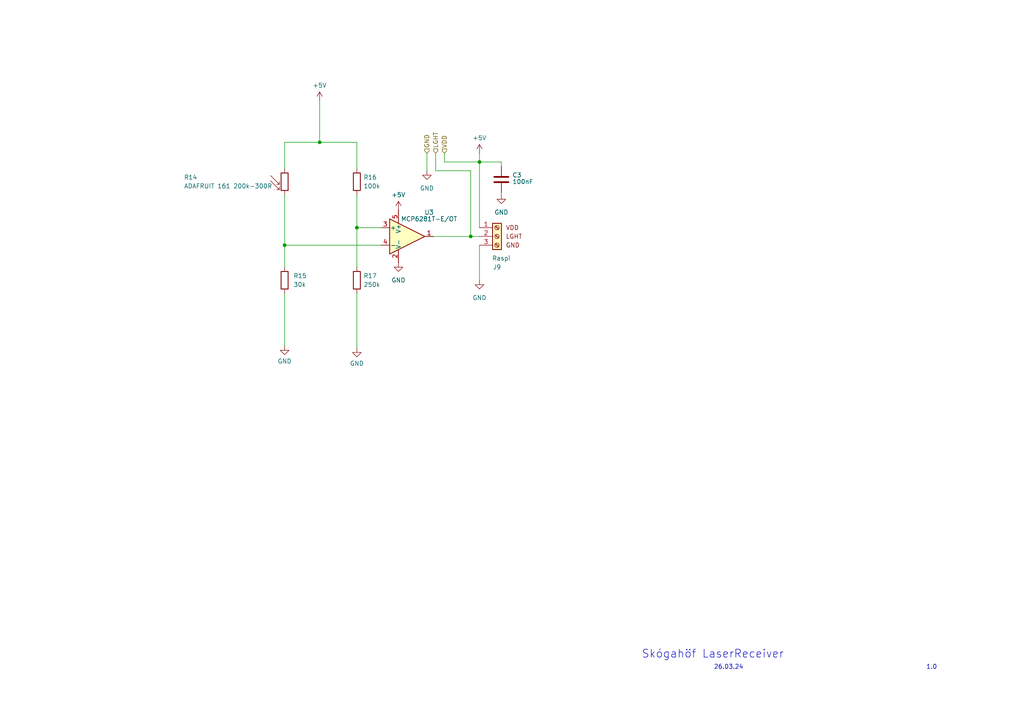
<source format=kicad_sch>
(kicad_sch (version 20230121) (generator eeschema)
  (paper "A4")
  (lib_symbols
    (symbol "Amplifier_Operational:MCP6L01x-xOT" (pin_names (offset 0.127))
      (property "Reference" "U" (at -1.27 6.35 0))
      (property "Value" "MCP6L01x-xOT" (at -1.27 3.81 0))
      (symbol "MCP6L01x-xOT_0_1"
        (polyline (pts (xy -5.08 5.08) (xy 5.08 0) (xy -5.08 -5.08) (xy -5.08 5.08)) (stroke (width 0.254)) (fill (type background)))
        (pin power_in line (at -2.54 -7.62 90) (length 3.81) (name "V-") (number "2"))
        (pin power_in line (at -2.54 7.62 270) (length 3.81) (name "V+") (number "5"))
      )
      (symbol "MCP6L01x-xOT_1_1"
        (pin output line (at 7.62 0 180) (length 2.54) (name "~") (number "1"))
        (pin input line (at -7.62 2.54 0) (length 2.54) (name "+") (number "3"))
        (pin input line (at -7.62 -2.54 0) (length 2.54) (name "-") (number "4"))
      )
    )
    (symbol "Connector:Screw_Terminal_01x03" (pin_names (offset 1.016) hide)
      (property "Reference" "J1" (at 0 -8.89 0))
      (property "Value" "Raspi" (at 1.27 -6.35 0))
      (symbol "Screw_Terminal_01x03_1_1"
        (rectangle (start -1.27 3.81) (end 1.27 -3.81) (stroke (width 0.254)) (fill (type background)))
        (circle (center 0 -2.54) (radius 0.635) (stroke (width 0.1524)))
        (polyline (pts (xy -0.5334 -2.2098) (xy 0.3302 -3.048)) (stroke (width 0.1524)))
        (polyline (pts (xy -0.5334 0.3302) (xy 0.3302 -0.508)) (stroke (width 0.1524)))
        (polyline (pts (xy -0.5334 2.8702) (xy 0.3302 2.032)) (stroke (width 0.1524)))
        (polyline (pts (xy -0.3556 -2.032) (xy 0.508 -2.8702)) (stroke (width 0.1524)))
        (polyline (pts (xy -0.3556 0.508) (xy 0.508 -0.3302)) (stroke (width 0.1524)))
        (polyline (pts (xy -0.3556 3.048) (xy 0.508 2.2098)) (stroke (width 0.1524)))
        (circle (center 0 0) (radius 0.635) (stroke (width 0.1524)))
        (circle (center 0 2.54) (radius 0.635) (stroke (width 0.1524)))
        (text "GND" (at 2.54 -2.54 0) (effects (font (size 1.27 1.27)) (justify left)))
        (text "LGHT" (at 2.54 0 0) (effects (font (size 1.27 1.27)) (justify left)))
        (text "VDD" (at 2.54 2.54 0) (effects (font (size 1.27 1.27)) (justify left)))
        (pin passive line (at -5.08 2.54 0) (length 3.81) (name "Pin_1") (number "1"))
        (pin passive line (at -5.08 0 0) (length 3.81) (name "Pin_2") (number "2"))
        (pin passive line (at -5.08 -2.54 0) (length 3.81) (name "Pin_3") (number "3"))
      )
    )
    (symbol "Device:C" (pin_numbers hide) (pin_names (offset 0.254))
      (property "Reference" "C" (at 0.635 2.54 0))
      (property "Value" "C" (at 0.635 -2.54 0))
      (symbol "C_0_1"
        (polyline (pts (xy -2.032 -0.762) (xy 2.032 -0.762)) (stroke (width 0.508)))
        (polyline (pts (xy -2.032 0.762) (xy 2.032 0.762)) (stroke (width 0.508)))
      )
      (symbol "C_1_1"
        (pin passive line (at 0 3.81 270) (length 2.794) (name "~") (number "1"))
        (pin passive line (at 0 -3.81 90) (length 2.794) (name "~") (number "2"))
      )
    )
    (symbol "Device:R" (pin_numbers hide) (pin_names (offset 0))
      (property "Reference" "R" (at 2.032 0 90))
      (property "Value" "R" (at 0 0 90))
      (symbol "R_0_1"
        (rectangle (start -1.016 -2.54) (end 1.016 2.54) (stroke (width 0.254)))
      )
      (symbol "R_1_1"
        (pin passive line (at 0 3.81 270) (length 1.27) (name "~") (number "1"))
        (pin passive line (at 0 -3.81 90) (length 1.27) (name "~") (number "2"))
      )
    )
    (symbol "Device:R_Photo" (pin_numbers hide) (pin_names (offset 0))
      (property "Reference" "R" (at 1.27 1.27 0))
      (property "Value" "R_Photo" (at 1.27 0 0))
      (symbol "R_Photo_0_1"
        (rectangle (start -1.016 2.54) (end 1.016 -2.54) (stroke (width 0.254)))
        (polyline (pts (xy -1.524 -2.286) (xy -4.064 0.254)))
        (polyline (pts (xy -1.524 -2.286) (xy -2.286 -2.286)))
        (polyline (pts (xy -1.524 -2.286) (xy -1.524 -1.524)))
        (polyline (pts (xy -1.524 -0.762) (xy -4.064 1.778)))
        (polyline (pts (xy -1.524 -0.762) (xy -2.286 -0.762)))
        (polyline (pts (xy -1.524 -0.762) (xy -1.524 0)))
      )
      (symbol "R_Photo_1_1"
        (pin passive line (at 0 3.81 270) (length 1.27) (name "~") (number "1"))
        (pin passive line (at 0 -3.81 90) (length 1.27) (name "~") (number "2"))
      )
    )
    (symbol "power:+5V" (power) (pin_names (offset 0))
      (property "Value" "+5V" (at 0 3.556 0))
      (symbol "+5V_0_1"
        (polyline (pts (xy -0.762 1.27) (xy 0 2.54)))
        (polyline (pts (xy 0 0) (xy 0 2.54)))
        (polyline (pts (xy 0 2.54) (xy 0.762 1.27)))
      )
      (symbol "+5V_1_1"
        (pin power_in line (at 0 0 90) (length 0) hide (name "+5V") (number "1"))
      )
    )
    (symbol "power:GND" (power) (pin_names (offset 0))
      (property "Value" "GND" (at 0 -3.81 0))
      (symbol "GND_0_1"
        (polyline (pts (xy 0 0) (xy 0 -1.27) (xy 1.27 -1.27) (xy 0 -2.54) (xy -1.27 -1.27) (xy 0 -1.27)))
      )
      (symbol "GND_1_1"
        (pin power_in line (at 0 0 270) (length 0) hide (name "GND") (number "1"))
      )
    )
  )
  (junction (at 139.065 46.99))
  (junction (at 92.71 41.275))
  (junction (at 103.505 66.04))
  (junction (at 82.55 71.12))
  (junction (at 136.525 68.58))
  (wire (pts (xy 92.71 29.21) (xy 92.71 41.275)))
  (wire (pts (xy 145.415 46.99) (xy 145.415 48.26)))
  (wire (pts (xy 92.71 41.275) (xy 103.505 41.275)))
  (wire (pts (xy 103.505 56.515) (xy 103.505 66.04)))
  (wire (pts (xy 136.525 49.53) (xy 136.525 68.58)))
  (wire (pts (xy 82.55 56.515) (xy 82.55 71.12)))
  (wire (pts (xy 126.365 49.53) (xy 136.525 49.53)))
  (wire (pts (xy 145.415 55.88) (xy 145.415 56.515)))
  (wire (pts (xy 82.55 85.09) (xy 82.55 100.33)))
  (wire (pts (xy 82.55 71.12) (xy 110.49 71.12)))
  (wire (pts (xy 82.55 71.12) (xy 82.55 77.47)))
  (wire (pts (xy 139.065 44.45) (xy 139.065 46.99)))
  (wire (pts (xy 139.065 81.28) (xy 139.065 71.12)))
  (wire (pts (xy 128.905 44.45) (xy 128.905 46.99)))
  (wire (pts (xy 92.71 41.275) (xy 82.55 41.275)))
  (wire (pts (xy 125.73 68.58) (xy 136.525 68.58)))
  (wire (pts (xy 139.065 46.99) (xy 139.065 66.04)))
  (wire (pts (xy 139.065 46.99) (xy 145.415 46.99)))
  (wire (pts (xy 103.505 48.895) (xy 103.505 41.275)))
  (wire (pts (xy 103.505 66.04) (xy 110.49 66.04)))
  (wire (pts (xy 128.905 46.99) (xy 139.065 46.99)))
  (wire (pts (xy 123.825 49.53) (xy 123.825 44.45)))
  (wire (pts (xy 82.55 41.275) (xy 82.55 48.895)))
  (wire (pts (xy 103.505 66.04) (xy 103.505 77.47)))
  (wire (pts (xy 103.505 85.09) (xy 103.505 100.965)))
  (wire (pts (xy 136.525 68.58) (xy 139.065 68.58)))
  (wire (pts (xy 126.365 44.45) (xy 126.365 49.53)))
  (text "1.0\n" (at 268.605 194.31 0) (effects (font (size 1.27 1.27)) (justify left bottom)))
  (text "26.03.24" (at 207.01 194.31 0) (effects (font (size 1.27 1.27)) (justify left bottom)))
  (text "Skógahöf LaserReceiver" (at 186.055 191.135 0) (effects (font (size 2.3 2.3)) (justify left bottom)))
  (hierarchical_label "LGHT" (shape input) (at 126.365 44.45 90))
  (hierarchical_label "VDD" (shape input) (at 128.905 44.45 90))
  (hierarchical_label "GND" (shape input) (at 123.825 44.45 90))
  (symbol (lib_id "power:+5V") (at 92.71 29.21 0) (unit 1)
    (property "Reference" "#PWR049" (effects hide))
    (property "Value" "+5V" (at 92.71 24.765 0))
  )
  (symbol (lib_id "power:GND") (at 103.505 100.965 0) (unit 1)
    (property "Reference" "#PWR050" (effects hide))
    (property "Value" "GND" (at 103.505 105.41 0))
  )
  (symbol (lib_id "Device:R_Photo") (at 82.55 52.705 0) (unit 1)
    (property "Reference" "R14" (at 53.34 51.435 0) (effects (justify left)))
    (property "Value" "ADAFRUIT 161 200k-300R" (at 53.34 53.975 0) (effects (justify left)))
    (property "Footprint" "ADAFRUIT:XDCR_161" (effects hide))
  )
  (symbol (lib_id "power:GND") (at 145.415 56.515 0) (unit 1)
    (property "Reference" "#PWR055" (effects hide))
    (property "Value" "GND" (at 145.415 61.595 0))
  )
  (symbol (lib_id "power:GND") (at 82.55 100.33 0) (unit 1)
    (property "Reference" "#PWR048" (effects hide))
    (property "Value" "GND" (at 82.55 104.775 0))
  )
  (symbol (lib_id "Connector:Screw_Terminal_01x03") (at 144.145 68.58 0) (unit 1)
    (property "Reference" "J9" (at 144.145 77.47 0))
    (property "Value" "Raspi" (at 145.415 74.93 0))
    (property "Footprint" "TerminalBlock_4Ucon:TerminalBlock_4Ucon_1x03_P3.50mm_Vertical" (effects hide))
  )
  (symbol (lib_id "power:GND") (at 115.57 76.2 0) (unit 1)
    (property "Reference" "#PWR052" (effects hide))
    (property "Value" "GND" (at 115.57 81.28 0))
  )
  (symbol (lib_id "Device:R") (at 103.505 81.28 0) (unit 1)
    (property "Reference" "R17" (at 105.41 80.01 0) (effects (justify left)))
    (property "Value" "250k" (at 105.41 82.55 0) (effects (justify left)))
    (property "Footprint" "Resistor_SMD:R_0805_2012Metric_Pad1.20x1.40mm_HandSolder" (effects hide))
  )
  (symbol (lib_id "Device:R") (at 103.505 52.705 0) (unit 1)
    (property "Reference" "R16" (at 105.41 51.435 0) (effects (justify left)))
    (property "Value" "100k" (at 105.41 53.975 0) (effects (justify left)))
    (property "Footprint" "Resistor_SMD:R_0805_2012Metric_Pad1.20x1.40mm_HandSolder" (effects hide))
  )
  (symbol (lib_id "power:GND") (at 123.825 49.53 0) (unit 1)
    (property "Reference" "#PWR056" (effects hide))
    (property "Value" "GND" (at 123.825 54.61 0))
  )
  (symbol (lib_id "power:GND") (at 139.065 81.28 0) (unit 1)
    (property "Reference" "#PWR054" (effects hide))
    (property "Value" "GND" (at 139.065 86.36 0))
  )
  (symbol (lib_id "power:+5V") (at 139.065 44.45 0) (unit 1)
    (property "Reference" "#PWR053" (effects hide))
    (property "Value" "+5V" (at 139.065 40.005 0))
  )
  (symbol (lib_id "power:+5V") (at 115.57 60.96 0) (unit 1)
    (property "Reference" "#PWR051" (effects hide))
    (property "Value" "+5V" (at 115.57 56.515 0))
  )
  (symbol (lib_id "Device:C") (at 145.415 52.07 0) (unit 1)
    (property "Reference" "C3" (at 148.59 50.8 0) (effects (justify left)))
    (property "Value" "100nF" (at 148.59 52.705 0) (effects (justify left)))
    (property "Footprint" "Capacitor_SMD:C_0805_2012Metric_Pad1.18x1.45mm_HandSolder" (effects hide))
  )
  (symbol (lib_id "Amplifier_Operational:MCP6L01x-xOT") (at 118.11 68.58 0) (unit 1)
    (property "Reference" "U3" (at 124.46 61.595 0))
    (property "Value" "MCP6281T-E/OT" (at 124.46 63.5 0))
    (property "Footprint" "Package_TO_SOT_SMD:SOT-23-5" (effects hide))
    (property "Datasheet" "http://ww1.microchip.com/downloads/en/devicedoc/22140b.pdf" (effects hide))
  )
  (symbol (lib_id "Device:R") (at 82.55 81.28 0) (unit 1)
    (property "Reference" "R15" (at 85.09 80.01 0) (effects (justify left)))
    (property "Value" "30k" (at 85.09 82.55 0) (effects (justify left)))
    (property "Footprint" "Resistor_SMD:R_0805_2012Metric_Pad1.20x1.40mm_HandSolder" (effects hide))
  )
)
</source>
